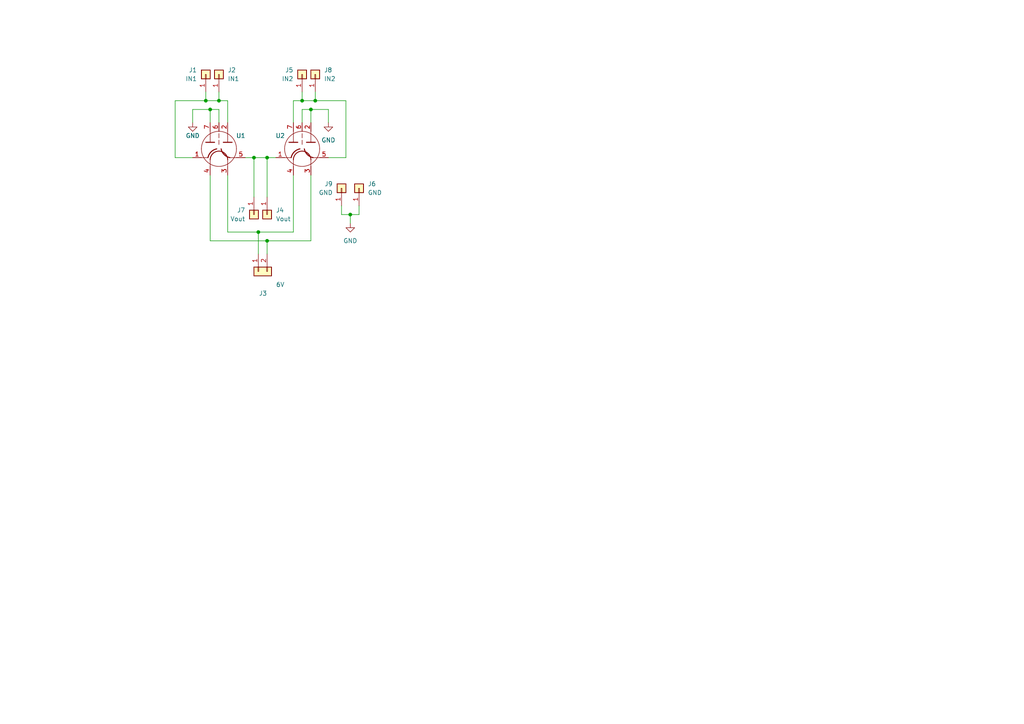
<source format=kicad_sch>
(kicad_sch (version 20211123) (generator eeschema)
  (paper "A4")
  (lib_symbols
    (symbol "Connector_Generic:Conn_01x01" (pin_names (offset 1.016) hide)
      (property "Reference" "J" (at 0 2.54 0))
      (property "Value" "Conn_01x01" (at 0 -2.54 0))
      (symbol "Conn_01x01_1_1"
        (rectangle (start -1.27 0.127) (end 0 -0.127) (stroke (width 0.1524)))
        (rectangle (start -1.27 1.27) (end 1.27 -1.27) (stroke (width 0.254)) (fill (type background)))
        (pin passive line (at -5.08 0 0) (length 3.81) (name "Pin_1") (number "1"))
      )
    )
    (symbol "Connector_Generic:Conn_01x02" (pin_names (offset 1.016) hide)
      (property "Reference" "J" (at 0 2.54 0))
      (property "Value" "Conn_01x02" (at 0 -5.08 0))
      (symbol "Conn_01x02_1_1"
        (rectangle (start -1.27 -2.413) (end 0 -2.667) (stroke (width 0.1524)))
        (rectangle (start -1.27 0.127) (end 0 -0.127) (stroke (width 0.1524)))
        (rectangle (start -1.27 1.27) (end 1.27 -3.81) (stroke (width 0.254)) (fill (type background)))
        (pin passive line (at -5.08 0 0) (length 3.81) (name "Pin_1") (number "1"))
        (pin passive line (at -5.08 -2.54 0) (length 3.81) (name "Pin_2") (number "2"))
      )
    )
    (symbol "power:GND" (power) (pin_names (offset 0))
      (property "Value" "GND" (at 0 -3.81 0))
      (symbol "GND_0_1"
        (polyline (pts (xy 0 0) (xy 0 -1.27) (xy 1.27 -1.27) (xy 0 -2.54) (xy -1.27 -1.27) (xy 0 -1.27)))
      )
      (symbol "GND_1_1"
        (pin power_in line (at 0 0 270) (length 0) hide (name "GND") (number "1"))
      )
    )
    (symbol "spdf1626:6H2P" (pin_names (offset 0))
      (property "Reference" "U3" (at 8.89 1.0414 0))
      (property "Value" "6H2P" (at 8.89 -1.4986 0))
      (symbol "6H2P_0_1"
        (arc (start -5.08 0) (mid 0 -5.08) (end 5.08 0))
        (arc (start -0.635 0) (mid -2.2911 -0.8839) (end -3.175 -2.54) (stroke (width 0.3)))
        (polyline (pts (xy -3.175 -2.54) (xy -5.08 -2.54)))
        (polyline (pts (xy -2.54 -5.08) (xy -2.54 -3.175)))
        (polyline (pts (xy -1.27 1.905) (xy -3.81 1.905)) (stroke (width 0.3)))
        (polyline (pts (xy 0 2.54) (xy 0 1.27)))
        (polyline (pts (xy 0 3.175) (xy 0 4.445)))
        (polyline (pts (xy 2.54 -5.08) (xy 2.54 -3.175)))
        (polyline (pts (xy 3.175 -2.54) (xy 5.08 -2.54)))
        (polyline (pts (xy 3.81 1.905) (xy 1.27 1.905)) (stroke (width 0.3)))
        (arc (start 0.635 0) (mid -2.2703 -5.4453) (end 3.175 -2.54) (stroke (width 0.3)))
        (arc (start 5.08 0) (mid 0 5.08) (end -5.08 0))
      )
      (symbol "6H2P_1_1"
        (polyline (pts (xy -2.54 1.905) (xy -2.54 5.08)))
        (polyline (pts (xy 2.54 1.905) (xy 2.54 5.08)))
        (arc (start 2.54 -3.175) (mid 0 -0.6574) (end -2.54 -3.175) (stroke (width 0.254)))
        (pin input line (at -7.62 -2.54 0) (length 2.54) (name "") (number "1"))
        (pin output line (at 2.54 7.62 270) (length 2.54) (name "") (number "2"))
        (pin input line (at 2.54 -7.62 90) (length 2.54) (name "") (number "3"))
        (pin input line (at -2.54 -7.62 90) (length 2.54) (name "") (number "4"))
        (pin input line (at 7.62 -2.54 180) (length 2.54) (name "") (number "5"))
        (pin input line (at 0 7.62 270) (length 2.54) (name "") (number "6"))
        (pin output line (at -2.54 7.62 270) (length 2.54) (name "") (number "7"))
      )
    )
  )
  (junction (at 77.47 45.72))
  (junction (at 77.47 69.85))
  (junction (at 63.5 29.21))
  (junction (at 90.17 31.75))
  (junction (at 59.69 29.21))
  (junction (at 74.93 67.31))
  (junction (at 87.63 29.21))
  (junction (at 60.96 31.75))
  (junction (at 91.44 29.21))
  (junction (at 73.66 45.72))
  (junction (at 101.6 62.23))
  (wire (pts (xy 91.44 26.67) (xy 91.44 29.21)))
  (wire (pts (xy 95.25 31.75) (xy 90.17 31.75)))
  (wire (pts (xy 73.66 45.72) (xy 73.66 57.15)))
  (wire (pts (xy 101.6 62.23) (xy 104.14 62.23)))
  (wire (pts (xy 63.5 29.21) (xy 63.5 26.67)))
  (wire (pts (xy 100.33 29.21) (xy 91.44 29.21)))
  (wire (pts (xy 100.33 45.72) (xy 100.33 29.21)))
  (wire (pts (xy 99.06 59.69) (xy 99.06 62.23)))
  (wire (pts (xy 95.25 35.56) (xy 95.25 31.75)))
  (wire (pts (xy 59.69 29.21) (xy 63.5 29.21)))
  (wire (pts (xy 74.93 67.31) (xy 66.04 67.31)))
  (wire (pts (xy 91.44 29.21) (xy 87.63 29.21)))
  (wire (pts (xy 63.5 31.75) (xy 60.96 31.75)))
  (wire (pts (xy 74.93 67.31) (xy 85.09 67.31)))
  (wire (pts (xy 66.04 29.21) (xy 63.5 29.21)))
  (wire (pts (xy 104.14 62.23) (xy 104.14 59.69)))
  (wire (pts (xy 87.63 29.21) (xy 87.63 26.67)))
  (wire (pts (xy 90.17 69.85) (xy 90.17 50.8)))
  (wire (pts (xy 77.47 45.72) (xy 77.47 57.15)))
  (wire (pts (xy 55.88 31.75) (xy 55.88 35.56)))
  (wire (pts (xy 50.8 45.72) (xy 50.8 29.21)))
  (wire (pts (xy 87.63 31.75) (xy 87.63 35.56)))
  (wire (pts (xy 60.96 50.8) (xy 60.96 69.85)))
  (wire (pts (xy 99.06 62.23) (xy 101.6 62.23)))
  (wire (pts (xy 63.5 35.56) (xy 63.5 31.75)))
  (wire (pts (xy 59.69 26.67) (xy 59.69 29.21)))
  (wire (pts (xy 77.47 69.85) (xy 90.17 69.85)))
  (wire (pts (xy 60.96 69.85) (xy 77.47 69.85)))
  (wire (pts (xy 66.04 35.56) (xy 66.04 29.21)))
  (wire (pts (xy 85.09 67.31) (xy 85.09 50.8)))
  (wire (pts (xy 66.04 67.31) (xy 66.04 50.8)))
  (wire (pts (xy 55.88 45.72) (xy 50.8 45.72)))
  (wire (pts (xy 60.96 31.75) (xy 55.88 31.75)))
  (wire (pts (xy 101.6 62.23) (xy 101.6 64.77)))
  (wire (pts (xy 50.8 29.21) (xy 59.69 29.21)))
  (wire (pts (xy 95.25 45.72) (xy 100.33 45.72)))
  (wire (pts (xy 74.93 73.66) (xy 74.93 67.31)))
  (wire (pts (xy 85.09 29.21) (xy 87.63 29.21)))
  (wire (pts (xy 73.66 45.72) (xy 77.47 45.72)))
  (wire (pts (xy 77.47 45.72) (xy 80.01 45.72)))
  (wire (pts (xy 77.47 69.85) (xy 77.47 73.66)))
  (wire (pts (xy 71.12 45.72) (xy 73.66 45.72)))
  (wire (pts (xy 90.17 31.75) (xy 87.63 31.75)))
  (wire (pts (xy 90.17 31.75) (xy 90.17 35.56)))
  (wire (pts (xy 60.96 31.75) (xy 60.96 35.56)))
  (wire (pts (xy 85.09 35.56) (xy 85.09 29.21)))
  (symbol (lib_id "power:GND") (at 55.88 35.56 0) (unit 1)
    (property "Reference" "#PWR01" (effects hide))
    (property "Value" "GND" (at 55.88 39.37 0))
  )
  (symbol (lib_id "Connector_Generic:Conn_01x01") (at 59.69 21.59 90) (unit 1)
    (property "Reference" "J1" (at 57.15 20.3199 90) (effects (justify left)))
    (property "Value" "IN1" (at 57.15 22.8599 90) (effects (justify left)))
    (property "Footprint" "Connector_PinHeader_2.54mm:PinHeader_1x01_P2.54mm_Vertical" (effects hide))
  )
  (symbol (lib_id "Connector_Generic:Conn_01x01") (at 77.47 62.23 270) (unit 1)
    (property "Reference" "J4" (at 80.01 60.9599 90) (effects (justify left)))
    (property "Value" "Vout" (at 80.01 63.4999 90) (effects (justify left)))
    (property "Footprint" "Connector_PinHeader_2.54mm:PinHeader_1x01_P2.54mm_Vertical" (effects hide))
  )
  (symbol (lib_id "Connector_Generic:Conn_01x01") (at 104.14 54.61 90) (unit 1)
    (property "Reference" "J6" (at 106.68 53.3399 90) (effects (justify right)))
    (property "Value" "GND" (at 106.68 55.8799 90) (effects (justify right)))
    (property "Footprint" "Connector_PinHeader_2.54mm:PinHeader_1x01_P2.54mm_Vertical" (effects hide))
  )
  (symbol (lib_id "spdf1626:6H2P") (at 87.63 43.18 0) (unit 1)
    (property "Reference" "U2" (at 81.28 39.37 0))
    (property "Value" "6H2P" (effects hide))
    (property "Footprint" "spdf1626_lib:7-pin_tube_socket" (effects hide))
  )
  (symbol (lib_id "Connector_Generic:Conn_01x01") (at 73.66 62.23 90) (mirror x) (unit 1)
    (property "Reference" "J7" (at 71.12 60.9599 90) (effects (justify left)))
    (property "Value" "Vout" (at 71.12 63.4999 90) (effects (justify left)))
    (property "Footprint" "Connector_PinHeader_2.54mm:PinHeader_1x01_P2.54mm_Vertical" (effects hide))
  )
  (symbol (lib_id "Connector_Generic:Conn_01x01") (at 87.63 21.59 90) (unit 1)
    (property "Reference" "J5" (at 85.09 20.3199 90) (effects (justify left)))
    (property "Value" "IN2" (at 85.09 22.8599 90) (effects (justify left)))
    (property "Footprint" "Connector_PinHeader_2.54mm:PinHeader_1x01_P2.54mm_Vertical" (effects hide))
  )
  (symbol (lib_id "power:GND") (at 101.6 64.77 0) (unit 1)
    (property "Reference" "#PWR03" (effects hide))
    (property "Value" "GND" (at 101.6 69.85 0))
  )
  (symbol (lib_id "Connector_Generic:Conn_01x02") (at 74.93 78.74 90) (mirror x) (unit 1)
    (property "Reference" "J3" (at 77.47 85.09 90) (effects (justify left)))
    (property "Value" "6V" (at 82.55 82.55 90) (effects (justify left)))
    (property "Footprint" "spdf1626_lib:PinHeader_1x02_P2.54mm" (effects hide))
  )
  (symbol (lib_id "power:GND") (at 95.25 35.56 0) (unit 1)
    (property "Reference" "#PWR02" (effects hide))
    (property "Value" "GND" (at 95.25 40.64 0))
  )
  (symbol (lib_id "Connector_Generic:Conn_01x01") (at 99.06 54.61 270) (mirror x) (unit 1)
    (property "Reference" "J9" (at 96.52 53.3399 90) (effects (justify right)))
    (property "Value" "GND" (at 96.52 55.8799 90) (effects (justify right)))
    (property "Footprint" "Connector_PinHeader_2.54mm:PinHeader_1x01_P2.54mm_Vertical" (effects hide))
  )
  (symbol (lib_id "spdf1626:6H2P") (at 63.5 43.18 0) (unit 1)
    (property "Reference" "U1" (at 69.85 39.37 0))
    (property "Value" "6H2P" (effects hide))
    (property "Footprint" "spdf1626_lib:7-pin_tube_socket" (effects hide))
  )
  (symbol (lib_id "Connector_Generic:Conn_01x01") (at 91.44 21.59 270) (mirror x) (unit 1)
    (property "Reference" "J8" (at 93.98 20.3199 90) (effects (justify left)))
    (property "Value" "IN2" (at 93.98 22.8599 90) (effects (justify left)))
    (property "Footprint" "Connector_PinHeader_2.54mm:PinHeader_1x01_P2.54mm_Vertical" (effects hide))
  )
  (symbol (lib_id "Connector_Generic:Conn_01x01") (at 63.5 21.59 90) (unit 1)
    (property "Reference" "J2" (at 66.04 20.3199 90) (effects (justify right)))
    (property "Value" "IN1" (at 66.04 22.8599 90) (effects (justify right)))
    (property "Footprint" "Connector_PinHeader_2.54mm:PinHeader_1x01_P2.54mm_Vertical" (effects hide))
  )
)
</source>
